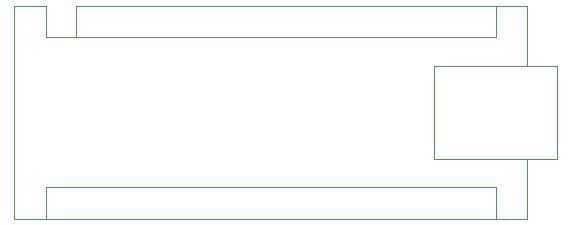
<source format=gbo>
G04 #@! TF.GenerationSoftware,KiCad,Pcbnew,8.0.8*
G04 #@! TF.CreationDate,2025-05-09T16:42:09+03:00*
G04 #@! TF.ProjectId,Lick_Valves_final,4c69636b-5f56-4616-9c76-65735f66696e,rev?*
G04 #@! TF.SameCoordinates,Original*
G04 #@! TF.FileFunction,Legend,Bot*
G04 #@! TF.FilePolarity,Positive*
%FSLAX46Y46*%
G04 Gerber Fmt 4.6, Leading zero omitted, Abs format (unit mm)*
G04 Created by KiCad (PCBNEW 8.0.8) date 2025-05-09 16:42:09*
%MOMM*%
%LPD*%
G01*
G04 APERTURE LIST*
%ADD10C,0.120000*%
%ADD11O,1.700000X1.700000*%
%ADD12C,1.600000*%
%ADD13O,1.600000X1.600000*%
%ADD14R,1.700000X1.700000*%
%ADD15C,2.000000*%
%ADD16R,1.600000X1.600000*%
%ADD17R,2.200000X2.200000*%
%ADD18O,2.200000X2.200000*%
%ADD19O,1.050000X1.500000*%
%ADD20C,1.700000*%
%ADD21C,5.000000*%
G04 APERTURE END LIST*
D10*
X63370000Y-105290000D02*
X63370000Y-123330000D01*
X63370000Y-123330000D02*
X106810000Y-123330000D01*
X66040000Y-105290000D02*
X63370000Y-105290000D01*
X66040000Y-105290000D02*
X66040000Y-107960000D01*
X66040000Y-107960000D02*
X68580000Y-107960000D01*
X66040000Y-123330000D02*
X66040000Y-120660000D01*
X68580000Y-105290000D02*
X68580000Y-107960000D01*
X98930000Y-110370000D02*
X109350000Y-110370000D01*
X98930000Y-118250000D02*
X98930000Y-110370000D01*
X104140000Y-105290000D02*
X104140000Y-107960000D01*
X104140000Y-107960000D02*
X68580000Y-107960000D01*
X104140000Y-120660000D02*
X66040000Y-120660000D01*
X104140000Y-123330000D02*
X104140000Y-120660000D01*
X106810000Y-105290000D02*
X68580000Y-105290000D01*
X106810000Y-110370000D02*
X106810000Y-105290000D01*
X106810000Y-118250000D02*
X106810000Y-123330000D01*
X109350000Y-110370000D02*
X109350000Y-118250000D01*
X109350000Y-118250000D02*
X98930000Y-118250000D01*
%LPC*%
D11*
X60027500Y-125635000D03*
X60027500Y-123095000D03*
D12*
X56995000Y-96800000D03*
D13*
X49375000Y-96800000D03*
D14*
X35855000Y-92690000D03*
D11*
X35855000Y-95230000D03*
D14*
X35970000Y-119040000D03*
D11*
X35970000Y-121580000D03*
D12*
X49440000Y-119350000D03*
D13*
X57060000Y-119350000D03*
D15*
X40120000Y-118590000D03*
X46620000Y-118590000D03*
X40120000Y-123090000D03*
X46620000Y-123090000D03*
D16*
X37370000Y-109910000D03*
D12*
X34870000Y-109910000D03*
D14*
X65625000Y-128060000D03*
D11*
X68165000Y-128060000D03*
X70705000Y-128060000D03*
D15*
X51420000Y-108460000D03*
X57920000Y-108460000D03*
X51420000Y-112960000D03*
X57920000Y-112960000D03*
D17*
X37320000Y-101420000D03*
D18*
X47480000Y-101420000D03*
D15*
X40005000Y-92240000D03*
X46505000Y-92240000D03*
X40005000Y-96740000D03*
X46505000Y-96740000D03*
D12*
X90140000Y-110890000D03*
D13*
X90140000Y-118510000D03*
D12*
X57110000Y-123150000D03*
D13*
X49490000Y-123150000D03*
D12*
X49325000Y-93000000D03*
D13*
X56945000Y-93000000D03*
D12*
X89140000Y-96620000D03*
D13*
X96760000Y-96620000D03*
D19*
X51295000Y-101520000D03*
X53065000Y-101520000D03*
X54795000Y-101520000D03*
D14*
X76715000Y-128050000D03*
D11*
X79255000Y-128050000D03*
X81795000Y-128050000D03*
D12*
X79140000Y-92810000D03*
D13*
X86760000Y-92810000D03*
D11*
X59980000Y-99340000D03*
X59980000Y-96800000D03*
D12*
X79140000Y-100430000D03*
D13*
X86760000Y-100430000D03*
D12*
X89140000Y-100430000D03*
D13*
X96760000Y-100430000D03*
D19*
X51410000Y-127870000D03*
X53180000Y-127870000D03*
X54910000Y-127870000D03*
D14*
X88280000Y-128090000D03*
D11*
X90820000Y-128090000D03*
X93360000Y-128090000D03*
X99960000Y-93320000D03*
X99960000Y-96860000D03*
X99960000Y-100320000D03*
D12*
X89140000Y-92810000D03*
D13*
X96760000Y-92810000D03*
D17*
X37435000Y-127770000D03*
D18*
X47595000Y-127770000D03*
D11*
X102440000Y-93310000D03*
X102440000Y-96850000D03*
X102440000Y-100310000D03*
D12*
X96300000Y-110930000D03*
D13*
X96300000Y-118550000D03*
D12*
X93240000Y-110910000D03*
D13*
X93240000Y-118530000D03*
D12*
X79330000Y-96620000D03*
D13*
X86950000Y-96620000D03*
D20*
X45960000Y-86750000D03*
D11*
X45960000Y-84210000D03*
X48500000Y-86750000D03*
X48500000Y-84210000D03*
X51040000Y-86750000D03*
X51040000Y-84210000D03*
X53580000Y-86750000D03*
X53580000Y-84210000D03*
X56120000Y-86750000D03*
X56120000Y-84210000D03*
X58660000Y-86750000D03*
X58660000Y-84210000D03*
X61200000Y-86750000D03*
X61200000Y-84210000D03*
X63740000Y-86750000D03*
X63740000Y-84210000D03*
X66280000Y-86750000D03*
X66280000Y-84210000D03*
X68820000Y-86750000D03*
X68820000Y-84210000D03*
X71360000Y-86750000D03*
X71360000Y-84210000D03*
X73900000Y-86750000D03*
X73900000Y-84210000D03*
X76440000Y-86750000D03*
X76440000Y-84210000D03*
X78980000Y-86750000D03*
X78980000Y-84210000D03*
X81520000Y-86750000D03*
X81520000Y-84210000D03*
X84060000Y-86750000D03*
X84060000Y-84210000D03*
X86600000Y-86750000D03*
X86600000Y-84210000D03*
X89140000Y-86750000D03*
X89140000Y-84210000D03*
X91680000Y-86750000D03*
X91680000Y-84210000D03*
X94220000Y-86750000D03*
X94220000Y-84210000D03*
D16*
X67310000Y-106690000D03*
D13*
X69850000Y-106690000D03*
X72390000Y-106690000D03*
X74930000Y-106690000D03*
X77470000Y-106690000D03*
X80010000Y-106690000D03*
X82550000Y-106690000D03*
X85090000Y-106690000D03*
X87630000Y-106690000D03*
X90170000Y-106690000D03*
X92710000Y-106690000D03*
X95250000Y-106690000D03*
X97790000Y-106690000D03*
X100330000Y-106690000D03*
X102870000Y-106690000D03*
X102870000Y-121930000D03*
X100330000Y-121930000D03*
X97790000Y-121930000D03*
X95250000Y-121930000D03*
X92710000Y-121930000D03*
X90170000Y-121930000D03*
X87630000Y-121930000D03*
X85090000Y-121930000D03*
X82550000Y-121930000D03*
X80010000Y-121930000D03*
X77470000Y-121930000D03*
X74930000Y-121930000D03*
X72390000Y-121930000D03*
X69850000Y-121930000D03*
X67310000Y-121930000D03*
D21*
X41100000Y-85530000D03*
X99100000Y-85530000D03*
X41100000Y-134530000D03*
X99100000Y-134530000D03*
%LPD*%
M02*

</source>
